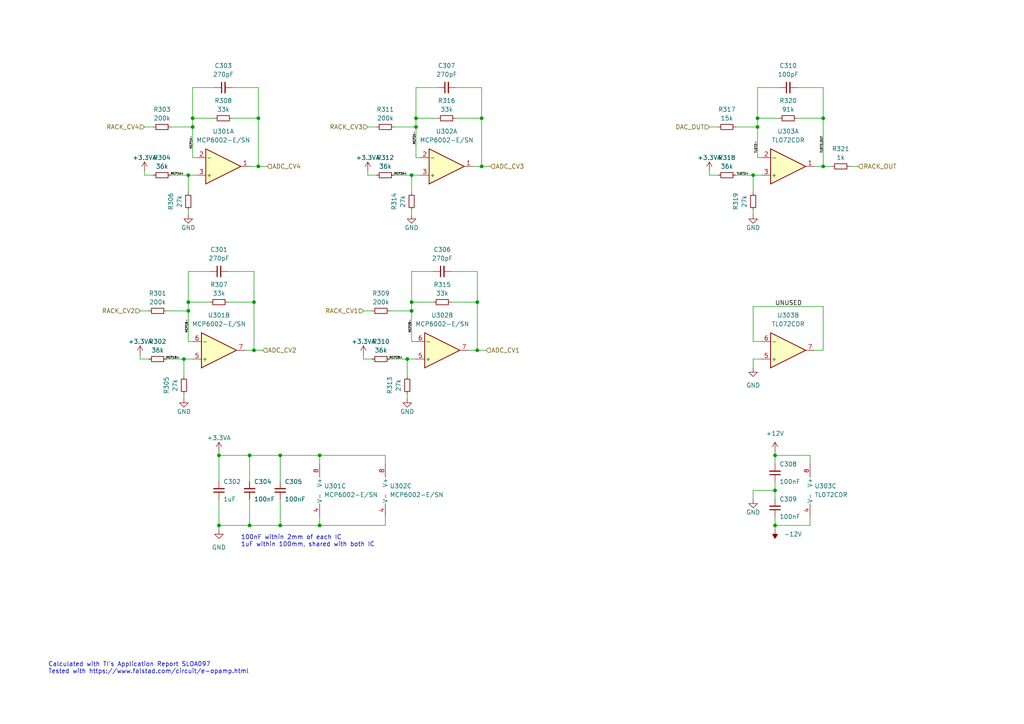
<source format=kicad_sch>
(kicad_sch (version 20211123) (generator eeschema)
  (paper "A4")
  (lib_symbols
    (symbol "Amplifier_Operational:MCP6002-xSN" (pin_names (offset 0.127))
      (property "Reference" "U" (at 0 5.08 0))
      (property "Value" "MCP6002-xSN" (at 0 -5.08 0))
      (symbol "MCP6002-xSN_1_1"
        (polyline (pts (xy -5.08 5.08) (xy 5.08 0) (xy -5.08 -5.08) (xy -5.08 5.08)) (stroke (width 0.254)) (fill (type background)))
        (pin output line (at 7.62 0 180) (length 2.54) (name "~") (number "1"))
        (pin input line (at -7.62 -2.54 0) (length 2.54) (name "-") (number "2"))
        (pin input line (at -7.62 2.54 0) (length 2.54) (name "+") (number "3"))
      )
      (symbol "MCP6002-xSN_2_1"
        (polyline (pts (xy -5.08 5.08) (xy 5.08 0) (xy -5.08 -5.08) (xy -5.08 5.08)) (stroke (width 0.254)) (fill (type background)))
        (pin input line (at -7.62 2.54 0) (length 2.54) (name "+") (number "5"))
        (pin input line (at -7.62 -2.54 0) (length 2.54) (name "-") (number "6"))
        (pin output line (at 7.62 0 180) (length 2.54) (name "~") (number "7"))
      )
      (symbol "MCP6002-xSN_3_1"
        (pin power_in line (at -2.54 -7.62 90) (length 3.81) (name "V-") (number "4"))
        (pin power_in line (at -2.54 7.62 270) (length 3.81) (name "V+") (number "8"))
      )
    )
    (symbol "Amplifier_Operational:TL072" (pin_names (offset 0.127))
      (property "Reference" "U" (at 0 5.08 0))
      (property "Value" "TL072" (at 0 -5.08 0))
      (symbol "TL072_1_1"
        (polyline (pts (xy -5.08 5.08) (xy 5.08 0) (xy -5.08 -5.08) (xy -5.08 5.08)) (stroke (width 0.254)) (fill (type background)))
        (pin output line (at 7.62 0 180) (length 2.54) (name "~") (number "1"))
        (pin input line (at -7.62 -2.54 0) (length 2.54) (name "-") (number "2"))
        (pin input line (at -7.62 2.54 0) (length 2.54) (name "+") (number "3"))
      )
      (symbol "TL072_2_1"
        (polyline (pts (xy -5.08 5.08) (xy 5.08 0) (xy -5.08 -5.08) (xy -5.08 5.08)) (stroke (width 0.254)) (fill (type background)))
        (pin input line (at -7.62 2.54 0) (length 2.54) (name "+") (number "5"))
        (pin input line (at -7.62 -2.54 0) (length 2.54) (name "-") (number "6"))
        (pin output line (at 7.62 0 180) (length 2.54) (name "~") (number "7"))
      )
      (symbol "TL072_3_1"
        (pin power_in line (at -2.54 -7.62 90) (length 3.81) (name "V-") (number "4"))
        (pin power_in line (at -2.54 7.62 270) (length 3.81) (name "V+") (number "8"))
      )
    )
    (symbol "Device:C_Small" (pin_numbers hide) (pin_names (offset 0.254) hide)
      (property "Reference" "C" (at 0.254 1.778 0))
      (property "Value" "C_Small" (at 0.254 -2.032 0))
      (symbol "C_Small_0_1"
        (polyline (pts (xy -1.524 -0.508) (xy 1.524 -0.508)) (stroke (width 0.3302)))
        (polyline (pts (xy -1.524 0.508) (xy 1.524 0.508)) (stroke (width 0.3048)))
      )
      (symbol "C_Small_1_1"
        (pin passive line (at 0 2.54 270) (length 2.032) (name "~") (number "1"))
        (pin passive line (at 0 -2.54 90) (length 2.032) (name "~") (number "2"))
      )
    )
    (symbol "Device:R_Small" (pin_numbers hide) (pin_names (offset 0.254) hide)
      (property "Reference" "R" (at 0.762 0.508 0))
      (property "Value" "R_Small" (at 0.762 -1.016 0))
      (symbol "R_Small_0_1"
        (rectangle (start -0.762 1.778) (end 0.762 -1.778) (stroke (width 0.2032)))
      )
      (symbol "R_Small_1_1"
        (pin passive line (at 0 2.54 270) (length 0.762) (name "~") (number "1"))
        (pin passive line (at 0 -2.54 90) (length 0.762) (name "~") (number "2"))
      )
    )
    (symbol "power:+12V" (power) (pin_names (offset 0))
      (property "Value" "+12V" (at 0 3.556 0))
      (symbol "+12V_0_1"
        (polyline (pts (xy -0.762 1.27) (xy 0 2.54)))
        (polyline (pts (xy 0 0) (xy 0 2.54)))
        (polyline (pts (xy 0 2.54) (xy 0.762 1.27)))
      )
      (symbol "+12V_1_1"
        (pin power_in line (at 0 0 90) (length 0) hide (name "+12V") (number "1"))
      )
    )
    (symbol "power:+3.3VA" (power) (pin_names (offset 0))
      (property "Value" "+3.3VA" (at 0 3.556 0))
      (symbol "+3.3VA_0_1"
        (polyline (pts (xy -0.762 1.27) (xy 0 2.54)))
        (polyline (pts (xy 0 0) (xy 0 2.54)))
        (polyline (pts (xy 0 2.54) (xy 0.762 1.27)))
      )
      (symbol "+3.3VA_1_1"
        (pin power_in line (at 0 0 90) (length 0) hide (name "+3.3VA") (number "1"))
      )
    )
    (symbol "power:-12V" (power) (pin_names (offset 0))
      (property "Value" "-12V" (at 0 3.81 0))
      (symbol "-12V_0_0"
        (pin power_in line (at 0 0 90) (length 0) hide (name "-12V") (number "1"))
      )
      (symbol "-12V_0_1"
        (polyline (pts (xy 0 0) (xy 0 1.27) (xy 0.762 1.27) (xy 0 2.54) (xy -0.762 1.27) (xy 0 1.27)) (fill (type outline)))
      )
    )
    (symbol "power:GND" (power) (pin_names (offset 0))
      (property "Value" "GND" (at 0 -3.81 0))
      (symbol "GND_0_1"
        (polyline (pts (xy 0 0) (xy 0 -1.27) (xy 1.27 -1.27) (xy 0 -2.54) (xy -1.27 -1.27) (xy 0 -1.27)))
      )
      (symbol "GND_1_1"
        (pin power_in line (at 0 0 270) (length 0) hide (name "GND") (number "1"))
      )
    )
  )
  (junction (at 73.66 87.63))
  (junction (at 219.71 36.83))
  (junction (at 81.28 132.08))
  (junction (at 139.7 34.29))
  (junction (at 54.61 50.8))
  (junction (at 63.5 152.4))
  (junction (at 63.5 132.08))
  (junction (at 218.44 50.8))
  (junction (at 238.76 48.26))
  (junction (at 118.11 104.14))
  (junction (at 120.65 36.83))
  (junction (at 54.61 90.17))
  (junction (at 54.61 87.63))
  (junction (at 224.79 152.4))
  (junction (at 74.93 48.26))
  (junction (at 92.71 132.08))
  (junction (at 72.39 152.4))
  (junction (at 73.66 101.6))
  (junction (at 81.28 152.4))
  (junction (at 92.71 152.4))
  (junction (at 119.38 50.8))
  (junction (at 119.38 90.17))
  (junction (at 219.71 34.29))
  (junction (at 120.65 34.29))
  (junction (at 138.43 101.6))
  (junction (at 74.93 34.29))
  (junction (at 55.88 34.29))
  (junction (at 224.79 142.24))
  (junction (at 138.43 87.63))
  (junction (at 72.39 132.08))
  (junction (at 55.88 36.83))
  (junction (at 119.38 87.63))
  (junction (at 139.7 48.26))
  (junction (at 238.76 34.29))
  (junction (at 224.79 132.08))
  (junction (at 53.34 104.14))
  (wire (pts (xy 114.3 50.8) (xy 119.38 50.8)))
  (wire (pts (xy 73.66 101.6) (xy 73.66 87.63)))
  (wire (pts (xy 218.44 106.68) (xy 218.44 104.14)))
  (wire (pts (xy 55.88 34.29) (xy 62.23 34.29)))
  (wire (pts (xy 54.61 78.74) (xy 54.61 87.63)))
  (wire (pts (xy 119.38 50.8) (xy 121.92 50.8)))
  (wire (pts (xy 119.38 87.63) (xy 125.73 87.63)))
  (wire (pts (xy 205.74 50.8) (xy 208.28 50.8)))
  (wire (pts (xy 40.64 102.87) (xy 40.64 104.14)))
  (wire (pts (xy 224.79 149.86) (xy 224.79 152.4)))
  (wire (pts (xy 220.98 45.72) (xy 219.71 45.72)))
  (wire (pts (xy 119.38 78.74) (xy 119.38 87.63)))
  (wire (pts (xy 54.61 60.96) (xy 54.61 62.23)))
  (wire (pts (xy 41.91 36.83) (xy 44.45 36.83)))
  (wire (pts (xy 55.88 99.06) (xy 54.61 99.06)))
  (wire (pts (xy 53.34 104.14) (xy 55.88 104.14)))
  (wire (pts (xy 48.26 90.17) (xy 54.61 90.17)))
  (wire (pts (xy 224.79 152.4) (xy 234.95 152.4)))
  (wire (pts (xy 113.03 90.17) (xy 119.38 90.17)))
  (wire (pts (xy 224.79 132.08) (xy 224.79 134.62)))
  (wire (pts (xy 81.28 152.4) (xy 72.39 152.4)))
  (wire (pts (xy 205.74 36.83) (xy 208.28 36.83)))
  (wire (pts (xy 73.66 78.74) (xy 73.66 87.63)))
  (wire (pts (xy 213.36 36.83) (xy 219.71 36.83)))
  (wire (pts (xy 119.38 87.63) (xy 119.38 90.17)))
  (wire (pts (xy 63.5 132.08) (xy 72.39 132.08)))
  (wire (pts (xy 139.7 25.4) (xy 139.7 34.29)))
  (wire (pts (xy 130.81 78.74) (xy 138.43 78.74)))
  (wire (pts (xy 41.91 49.53) (xy 41.91 50.8)))
  (wire (pts (xy 72.39 132.08) (xy 81.28 132.08)))
  (wire (pts (xy 219.71 34.29) (xy 219.71 36.83)))
  (wire (pts (xy 92.71 132.08) (xy 111.76 132.08)))
  (wire (pts (xy 63.5 152.4) (xy 63.5 153.67)))
  (wire (pts (xy 234.95 132.08) (xy 224.79 132.08)))
  (wire (pts (xy 81.28 144.78) (xy 81.28 152.4)))
  (wire (pts (xy 73.66 87.63) (xy 66.04 87.63)))
  (wire (pts (xy 92.71 132.08) (xy 92.71 134.62)))
  (wire (pts (xy 63.5 139.7) (xy 63.5 132.08)))
  (wire (pts (xy 55.88 25.4) (xy 55.88 34.29)))
  (wire (pts (xy 111.76 132.08) (xy 111.76 134.62)))
  (wire (pts (xy 118.11 114.3) (xy 118.11 115.57)))
  (wire (pts (xy 121.92 45.72) (xy 120.65 45.72)))
  (wire (pts (xy 63.5 152.4) (xy 63.5 144.78)))
  (wire (pts (xy 40.64 90.17) (xy 43.18 90.17)))
  (wire (pts (xy 246.38 48.26) (xy 248.92 48.26)))
  (wire (pts (xy 55.88 45.72) (xy 55.88 36.83)))
  (wire (pts (xy 92.71 152.4) (xy 81.28 152.4)))
  (wire (pts (xy 132.08 25.4) (xy 139.7 25.4)))
  (wire (pts (xy 81.28 132.08) (xy 81.28 139.7)))
  (wire (pts (xy 113.03 104.14) (xy 118.11 104.14)))
  (wire (pts (xy 54.61 99.06) (xy 54.61 90.17)))
  (wire (pts (xy 111.76 152.4) (xy 92.71 152.4)))
  (wire (pts (xy 219.71 45.72) (xy 219.71 36.83)))
  (wire (pts (xy 224.79 139.7) (xy 224.79 142.24)))
  (wire (pts (xy 49.53 36.83) (xy 55.88 36.83)))
  (wire (pts (xy 105.41 104.14) (xy 107.95 104.14)))
  (wire (pts (xy 53.34 104.14) (xy 53.34 109.22)))
  (wire (pts (xy 234.95 134.62) (xy 234.95 132.08)))
  (wire (pts (xy 218.44 50.8) (xy 220.98 50.8)))
  (wire (pts (xy 138.43 101.6) (xy 138.43 87.63)))
  (wire (pts (xy 135.89 101.6) (xy 138.43 101.6)))
  (wire (pts (xy 119.38 60.96) (xy 119.38 62.23)))
  (wire (pts (xy 72.39 48.26) (xy 74.93 48.26)))
  (wire (pts (xy 67.31 25.4) (xy 74.93 25.4)))
  (wire (pts (xy 219.71 25.4) (xy 219.71 34.29)))
  (wire (pts (xy 138.43 101.6) (xy 140.97 101.6)))
  (wire (pts (xy 54.61 50.8) (xy 57.15 50.8)))
  (wire (pts (xy 120.65 34.29) (xy 127 34.29)))
  (wire (pts (xy 60.96 78.74) (xy 54.61 78.74)))
  (wire (pts (xy 72.39 144.78) (xy 72.39 152.4)))
  (wire (pts (xy 137.16 48.26) (xy 139.7 48.26)))
  (wire (pts (xy 111.76 149.86) (xy 111.76 152.4)))
  (wire (pts (xy 218.44 88.9) (xy 218.44 99.06)))
  (wire (pts (xy 213.36 50.8) (xy 218.44 50.8)))
  (wire (pts (xy 120.65 45.72) (xy 120.65 36.83)))
  (wire (pts (xy 138.43 87.63) (xy 130.81 87.63)))
  (wire (pts (xy 55.88 36.83) (xy 55.88 34.29)))
  (wire (pts (xy 119.38 99.06) (xy 119.38 90.17)))
  (wire (pts (xy 138.43 78.74) (xy 138.43 87.63)))
  (wire (pts (xy 224.79 142.24) (xy 224.79 144.78)))
  (wire (pts (xy 139.7 48.26) (xy 139.7 34.29)))
  (wire (pts (xy 125.73 78.74) (xy 119.38 78.74)))
  (wire (pts (xy 234.95 152.4) (xy 234.95 149.86)))
  (wire (pts (xy 106.68 49.53) (xy 106.68 50.8)))
  (wire (pts (xy 106.68 36.83) (xy 109.22 36.83)))
  (wire (pts (xy 139.7 34.29) (xy 132.08 34.29)))
  (wire (pts (xy 238.76 88.9) (xy 218.44 88.9)))
  (wire (pts (xy 120.65 99.06) (xy 119.38 99.06)))
  (wire (pts (xy 218.44 60.96) (xy 218.44 62.23)))
  (wire (pts (xy 74.93 34.29) (xy 67.31 34.29)))
  (wire (pts (xy 106.68 50.8) (xy 109.22 50.8)))
  (wire (pts (xy 74.93 48.26) (xy 77.47 48.26)))
  (wire (pts (xy 218.44 50.8) (xy 218.44 55.88)))
  (wire (pts (xy 238.76 101.6) (xy 238.76 88.9)))
  (wire (pts (xy 71.12 101.6) (xy 73.66 101.6)))
  (wire (pts (xy 81.28 132.08) (xy 92.71 132.08)))
  (wire (pts (xy 114.3 36.83) (xy 120.65 36.83)))
  (wire (pts (xy 49.53 50.8) (xy 54.61 50.8)))
  (wire (pts (xy 236.22 48.26) (xy 238.76 48.26)))
  (wire (pts (xy 205.74 49.53) (xy 205.74 50.8)))
  (wire (pts (xy 74.93 48.26) (xy 74.93 34.29)))
  (wire (pts (xy 118.11 104.14) (xy 118.11 109.22)))
  (wire (pts (xy 54.61 87.63) (xy 60.96 87.63)))
  (wire (pts (xy 218.44 104.14) (xy 220.98 104.14)))
  (wire (pts (xy 41.91 50.8) (xy 44.45 50.8)))
  (wire (pts (xy 66.04 78.74) (xy 73.66 78.74)))
  (wire (pts (xy 54.61 87.63) (xy 54.61 90.17)))
  (wire (pts (xy 53.34 114.3) (xy 53.34 115.57)))
  (wire (pts (xy 127 25.4) (xy 120.65 25.4)))
  (wire (pts (xy 72.39 132.08) (xy 72.39 139.7)))
  (wire (pts (xy 238.76 48.26) (xy 241.3 48.26)))
  (wire (pts (xy 54.61 50.8) (xy 54.61 55.88)))
  (wire (pts (xy 62.23 25.4) (xy 55.88 25.4)))
  (wire (pts (xy 238.76 25.4) (xy 238.76 34.29)))
  (wire (pts (xy 224.79 152.4) (xy 224.79 153.67)))
  (wire (pts (xy 231.14 25.4) (xy 238.76 25.4)))
  (wire (pts (xy 120.65 25.4) (xy 120.65 34.29)))
  (wire (pts (xy 236.22 101.6) (xy 238.76 101.6)))
  (wire (pts (xy 238.76 34.29) (xy 231.14 34.29)))
  (wire (pts (xy 74.93 25.4) (xy 74.93 34.29)))
  (wire (pts (xy 105.41 90.17) (xy 107.95 90.17)))
  (wire (pts (xy 63.5 130.81) (xy 63.5 132.08)))
  (wire (pts (xy 219.71 34.29) (xy 226.06 34.29)))
  (wire (pts (xy 105.41 102.87) (xy 105.41 104.14)))
  (wire (pts (xy 226.06 25.4) (xy 219.71 25.4)))
  (wire (pts (xy 118.11 104.14) (xy 120.65 104.14)))
  (wire (pts (xy 40.64 104.14) (xy 43.18 104.14)))
  (wire (pts (xy 238.76 48.26) (xy 238.76 34.29)))
  (wire (pts (xy 119.38 50.8) (xy 119.38 55.88)))
  (wire (pts (xy 73.66 101.6) (xy 76.2 101.6)))
  (wire (pts (xy 48.26 104.14) (xy 53.34 104.14)))
  (wire (pts (xy 57.15 45.72) (xy 55.88 45.72)))
  (wire (pts (xy 218.44 99.06) (xy 220.98 99.06)))
  (wire (pts (xy 218.44 144.78) (xy 218.44 142.24)))
  (wire (pts (xy 218.44 142.24) (xy 224.79 142.24)))
  (wire (pts (xy 92.71 149.86) (xy 92.71 152.4)))
  (wire (pts (xy 72.39 152.4) (xy 63.5 152.4)))
  (wire (pts (xy 139.7 48.26) (xy 142.24 48.26)))
  (wire (pts (xy 120.65 36.83) (xy 120.65 34.29)))
  (wire (pts (xy 224.79 130.81) (xy 224.79 132.08)))
  (text "100nF within 2mm of each IC\n1uF within 100mm, shared with both IC" (at 69.85 158.75 0) (effects (font (size 1.27 1.27)) (justify left bottom)))
  (text "Calculated with TI's Application Report SLOA097\nTested with https://www.falstad.com/circuit/e-opamp.html\n" (at 13.97 195.58 0) (effects (font (size 1.27 1.27)) (justify left bottom)))
  (label "MCP2A-" (at 120.65 41.91 90) (effects (font (size 0.6 0.6))))
  (label "MCP1A+" (at 53.34 50.8 180) (effects (font (size 0.6 0.6))))
  (label "MCP2B-" (at 119.38 96.52 90) (effects (font (size 0.6 0.6))))
  (label "UNUSED" (at 224.79 88.9 0))
  (label "MCP1A-" (at 55.88 43.18 90) (effects (font (size 0.6 0.6))))
  (label "MCP1B-" (at 54.61 96.52 90) (effects (font (size 0.6 0.6))))
  (label "TL072-" (at 219.71 44.45 90) (effects (font (size 0.6 0.6))))
  (label "MCP1B+" (at 52.07 104.14 180) (effects (font (size 0.6 0.6))))
  (label "MCP2A+" (at 118.11 50.8 180) (effects (font (size 0.6 0.6))))
  (label "TL072_OUT" (at 238.76 39.37 270) (effects (font (size 0.6 0.6))))
  (label "TL072+" (at 217.17 50.8 180) (effects (font (size 0.6 0.6))))
  (label "MCP2B+" (at 116.84 104.14 180) (effects (font (size 0.6 0.6))))
  (hierarchical_label "ADC_CV2" (shape input) (at 76.2 101.6 0))
  (hierarchical_label "ADC_CV1" (shape input) (at 140.97 101.6 0))
  (hierarchical_label "RACK_CV3" (shape input) (at 106.68 36.83 180))
  (hierarchical_label "RACK_CV1" (shape input) (at 105.41 90.17 180))
  (hierarchical_label "ADC_CV3" (shape input) (at 142.24 48.26 0))
  (hierarchical_label "RACK_CV4" (shape input) (at 41.91 36.83 180))
  (hierarchical_label "RACK_OUT" (shape input) (at 248.92 48.26 0))
  (hierarchical_label "RACK_CV2" (shape input) (at 40.64 90.17 180))
  (hierarchical_label "DAC_OUT" (shape input) (at 205.74 36.83 180))
  (hierarchical_label "ADC_CV4" (shape input) (at 77.47 48.26 0))
  (symbol (lib_id "Device:C_Small") (at 63.5 78.74 90) (unit 1)
    (property "Reference" "C301" (at 63.5063 72.39 90))
    (property "Value" "270pF" (at 63.5063 74.93 90))
    (property "Footprint" "Capacitor_SMD:C_0603_1608Metric" (effects hide))
  )
  (symbol (lib_id "Device:C_Small") (at 128.27 78.74 90) (unit 1)
    (property "Reference" "C306" (at 128.2763 72.39 90))
    (property "Value" "270pF" (at 128.2763 74.93 90))
    (property "Footprint" "Capacitor_SMD:C_0603_1608Metric" (effects hide))
  )
  (symbol (lib_id "power:GND") (at 53.34 115.57 0) (unit 1)
    (property "Reference" "#PWR0303" (effects hide))
    (property "Value" "GND" (at 53.34 119.38 0))
  )
  (symbol (lib_id "Device:R_Small") (at 119.38 58.42 180) (unit 1)
    (property "Reference" "R314" (at 114.3 58.42 90))
    (property "Value" "27k" (at 116.84 58.42 90))
    (property "Footprint" "Resistor_SMD:R_0603_1608Metric" (effects hide))
  )
  (symbol (lib_id "Device:R_Small") (at 243.84 48.26 90) (unit 1)
    (property "Reference" "R321" (at 243.84 43.18 90))
    (property "Value" "1k" (at 243.84 45.72 90))
    (property "Footprint" "Resistor_SMD:R_0603_1608Metric" (effects hide))
  )
  (symbol (lib_id "Device:R_Small") (at 64.77 34.29 90) (unit 1)
    (property "Reference" "R308" (at 64.77 29.21 90))
    (property "Value" "33k" (at 64.77 31.75 90))
    (property "Footprint" "Resistor_SMD:R_0603_1608Metric" (effects hide))
  )
  (symbol (lib_id "Amplifier_Operational:MCP6002-xSN") (at 114.3 142.24 0) (unit 3)
    (property "Reference" "U302" (at 113.03 140.9699 0) (effects (justify left)))
    (property "Value" "MCP6002-E/SN" (at 113.03 143.5099 0) (effects (justify left)))
    (property "Footprint" "Package_SO:SOIC-8_3.9x4.9mm_P1.27mm" (effects hide))
    (property "Datasheet" "http://ww1.microchip.com/downloads/en/DeviceDoc/21733j.pdf" (effects hide))
  )
  (symbol (lib_id "Device:R_Small") (at 228.6 34.29 90) (unit 1)
    (property "Reference" "R320" (at 228.6 29.21 90))
    (property "Value" "91k" (at 228.6 31.75 90))
    (property "Footprint" "Resistor_SMD:R_0603_1608Metric" (effects hide))
  )
  (symbol (lib_id "power:GND") (at 218.44 144.78 0) (unit 1)
    (property "Reference" "#PWR0312" (effects hide))
    (property "Value" "GND" (at 218.44 148.59 0))
  )
  (symbol (lib_id "Device:R_Small") (at 111.76 50.8 90) (unit 1)
    (property "Reference" "R312" (at 111.76 45.72 90))
    (property "Value" "36k" (at 111.76 48.26 90))
    (property "Footprint" "Resistor_SMD:R_0603_1608Metric" (effects hide))
  )
  (symbol (lib_id "power:GND") (at 119.38 62.23 0) (unit 1)
    (property "Reference" "#PWR0308" (effects hide))
    (property "Value" "GND" (at 119.38 66.04 0))
  )
  (symbol (lib_id "power:+3.3VA") (at 40.64 102.87 0) (unit 1)
    (property "Reference" "#PWR0109" (effects hide))
    (property "Value" "+3.3VA" (at 40.64 99.06 0))
  )
  (symbol (lib_id "Device:C_Small") (at 72.39 142.24 180) (unit 1)
    (property "Reference" "C304" (at 73.66 139.7 0) (effects (justify right)))
    (property "Value" "100nF" (at 73.66 144.78 0) (effects (justify right)))
    (property "Footprint" "Capacitor_SMD:C_0603_1608Metric" (effects hide))
  )
  (symbol (lib_id "Device:R_Small") (at 63.5 87.63 90) (unit 1)
    (property "Reference" "R307" (at 63.5 82.55 90))
    (property "Value" "33k" (at 63.5 85.09 90))
    (property "Footprint" "Resistor_SMD:R_0603_1608Metric" (effects hide))
  )
  (symbol (lib_id "power:GND") (at 218.44 106.68 0) (unit 1)
    (property "Reference" "#PWR0311" (effects hide))
    (property "Value" "GND" (at 218.44 111.76 0))
  )
  (symbol (lib_id "Device:R_Small") (at 110.49 90.17 90) (unit 1)
    (property "Reference" "R309" (at 110.49 85.09 90))
    (property "Value" "200k" (at 110.49 87.63 90))
    (property "Footprint" "Resistor_SMD:R_0603_1608Metric" (effects hide))
  )
  (symbol (lib_id "power:+12V") (at 224.79 130.81 0) (unit 1)
    (property "Reference" "#PWR0313" (effects hide))
    (property "Value" "+12V" (at 224.79 125.73 0))
  )
  (symbol (lib_id "power:+3.3VA") (at 105.41 102.87 0) (unit 1)
    (property "Reference" "#PWR0113" (effects hide))
    (property "Value" "+3.3VA" (at 105.41 99.06 0))
  )
  (symbol (lib_id "Device:C_Small") (at 81.28 142.24 180) (unit 1)
    (property "Reference" "C305" (at 82.55 139.7 0) (effects (justify right)))
    (property "Value" "100nF" (at 82.55 144.78 0) (effects (justify right)))
    (property "Footprint" "Capacitor_SMD:C_0603_1608Metric" (effects hide))
  )
  (symbol (lib_id "Device:R_Small") (at 53.34 111.76 180) (unit 1)
    (property "Reference" "R305" (at 48.26 111.76 90))
    (property "Value" "27k" (at 50.8 111.76 90))
    (property "Footprint" "Resistor_SMD:R_0603_1608Metric" (effects hide))
  )
  (symbol (lib_id "Device:R_Small") (at 46.99 50.8 90) (unit 1)
    (property "Reference" "R304" (at 46.99 45.72 90))
    (property "Value" "36k" (at 46.99 48.26 90))
    (property "Footprint" "Resistor_SMD:R_0603_1608Metric" (effects hide))
  )
  (symbol (lib_id "Device:R_Small") (at 45.72 104.14 90) (unit 1)
    (property "Reference" "R302" (at 45.72 99.06 90))
    (property "Value" "36k" (at 45.72 101.6 90))
    (property "Footprint" "Resistor_SMD:R_0603_1608Metric" (effects hide))
  )
  (symbol (lib_id "Device:R_Small") (at 210.82 36.83 90) (unit 1)
    (property "Reference" "R317" (at 210.82 31.75 90))
    (property "Value" "15k" (at 210.82 34.29 90))
    (property "Footprint" "Resistor_SMD:R_0603_1608Metric" (effects hide))
  )
  (symbol (lib_id "Amplifier_Operational:MCP6002-xSN") (at 128.27 101.6 0) (mirror x) (unit 2)
    (property "Reference" "U302" (at 128.27 91.44 0))
    (property "Value" "MCP6002-E/SN" (at 128.27 93.98 0))
    (property "Footprint" "Package_SO:SOIC-8_3.9x4.9mm_P1.27mm" (effects hide))
    (property "Datasheet" "http://ww1.microchip.com/downloads/en/DeviceDoc/21733j.pdf" (effects hide))
  )
  (symbol (lib_id "power:+3.3VA") (at 63.5 130.81 0) (unit 1)
    (property "Reference" "#PWR0111" (effects hide))
    (property "Value" "+3.3VA" (at 63.5 127 0))
  )
  (symbol (lib_id "Device:R_Small") (at 45.72 90.17 90) (unit 1)
    (property "Reference" "R301" (at 45.72 85.09 90))
    (property "Value" "200k" (at 45.72 87.63 90))
    (property "Footprint" "Resistor_SMD:R_0603_1608Metric" (effects hide))
  )
  (symbol (lib_id "Device:R_Small") (at 118.11 111.76 180) (unit 1)
    (property "Reference" "R313" (at 113.03 111.76 90))
    (property "Value" "27k" (at 115.57 111.76 90))
    (property "Footprint" "Resistor_SMD:R_0603_1608Metric" (effects hide))
  )
  (symbol (lib_id "power:GND") (at 118.11 115.57 0) (unit 1)
    (property "Reference" "#PWR0307" (effects hide))
    (property "Value" "GND" (at 118.11 119.38 0))
  )
  (symbol (lib_id "power:GND") (at 54.61 62.23 0) (unit 1)
    (property "Reference" "#PWR0304" (effects hide))
    (property "Value" "GND" (at 54.61 66.04 0))
  )
  (symbol (lib_id "Amplifier_Operational:MCP6002-xSN") (at 63.5 101.6 0) (mirror x) (unit 2)
    (property "Reference" "U301" (at 63.5 91.44 0))
    (property "Value" "MCP6002-E/SN" (at 63.5 93.98 0))
    (property "Footprint" "Package_SO:SOIC-8_3.9x4.9mm_P1.27mm" (effects hide))
    (property "Datasheet" "http://ww1.microchip.com/downloads/en/DeviceDoc/21733j.pdf" (effects hide))
  )
  (symbol (lib_id "Amplifier_Operational:TL072") (at 228.6 101.6 0) (mirror x) (unit 2)
    (property "Reference" "U303" (at 228.6 91.44 0))
    (property "Value" "TL072CDR" (at 228.6 93.98 0))
    (property "Footprint" "Package_SO:SOIC-8_3.9x4.9mm_P1.27mm" (effects hide))
    (property "Datasheet" "http://www.ti.com/lit/ds/symlink/tl071.pdf" (effects hide))
  )
  (symbol (lib_id "power:GND") (at 63.5 153.67 0) (unit 1)
    (property "Reference" "#PWR0108" (effects hide))
    (property "Value" "GND" (at 63.5 158.75 0))
  )
  (symbol (lib_id "Device:C_Small") (at 129.54 25.4 90) (unit 1)
    (property "Reference" "C307" (at 129.5463 19.05 90))
    (property "Value" "270pF" (at 129.5463 21.59 90))
    (property "Footprint" "Capacitor_SMD:C_0603_1608Metric" (effects hide))
  )
  (symbol (lib_id "Amplifier_Operational:TL072") (at 228.6 48.26 0) (mirror x) (unit 1)
    (property "Reference" "U303" (at 228.6 38.1 0))
    (property "Value" "TL072CDR" (at 228.6 40.64 0))
    (property "Footprint" "Package_SO:SOIC-8_3.9x4.9mm_P1.27mm" (effects hide))
    (property "Datasheet" "http://www.ti.com/lit/ds/symlink/tl071.pdf" (effects hide))
  )
  (symbol (lib_id "Amplifier_Operational:MCP6002-xSN") (at 129.54 48.26 0) (mirror x) (unit 1)
    (property "Reference" "U302" (at 129.54 38.1 0))
    (property "Value" "MCP6002-E/SN" (at 129.54 40.64 0))
    (property "Footprint" "Package_SO:SOIC-8_3.9x4.9mm_P1.27mm" (effects hide))
    (property "Datasheet" "http://ww1.microchip.com/downloads/en/DeviceDoc/21733j.pdf" (effects hide))
  )
  (symbol (lib_id "Device:R_Small") (at 129.54 34.29 90) (unit 1)
    (property "Reference" "R316" (at 129.54 29.21 90))
    (property "Value" "33k" (at 129.54 31.75 90))
    (property "Footprint" "Resistor_SMD:R_0603_1608Metric" (effects hide))
  )
  (symbol (lib_id "Amplifier_Operational:MCP6002-xSN") (at 64.77 48.26 0) (mirror x) (unit 1)
    (property "Reference" "U301" (at 64.77 38.1 0))
    (property "Value" "MCP6002-E/SN" (at 64.77 40.64 0))
    (property "Footprint" "Package_SO:SOIC-8_3.9x4.9mm_P1.27mm" (effects hide))
    (property "Datasheet" "http://ww1.microchip.com/downloads/en/DeviceDoc/21733j.pdf" (effects hide))
  )
  (symbol (lib_id "Device:R_Small") (at 110.49 104.14 90) (unit 1)
    (property "Reference" "R310" (at 110.49 99.06 90))
    (property "Value" "36k" (at 110.49 101.6 90))
    (property "Footprint" "Resistor_SMD:R_0603_1608Metric" (effects hide))
  )
  (symbol (lib_id "power:+3.3VA") (at 106.68 49.53 0) (unit 1)
    (property "Reference" "#PWR0110" (effects hide))
    (property "Value" "+3.3VA" (at 106.68 45.72 0))
  )
  (symbol (lib_id "power:+3.3VA") (at 41.91 49.53 0) (unit 1)
    (property "Reference" "#PWR0112" (effects hide))
    (property "Value" "+3.3VA" (at 41.91 45.72 0))
  )
  (symbol (lib_id "Device:R_Small") (at 128.27 87.63 90) (unit 1)
    (property "Reference" "R315" (at 128.27 82.55 90))
    (property "Value" "33k" (at 128.27 85.09 90))
    (property "Footprint" "Resistor_SMD:R_0603_1608Metric" (effects hide))
  )
  (symbol (lib_id "Device:R_Small") (at 210.82 50.8 90) (unit 1)
    (property "Reference" "R318" (at 210.82 45.72 90))
    (property "Value" "36k" (at 210.82 48.26 90))
    (property "Footprint" "Resistor_SMD:R_0603_1608Metric" (effects hide))
  )
  (symbol (lib_id "power:GND") (at 218.44 62.23 0) (unit 1)
    (property "Reference" "#PWR0310" (effects hide))
    (property "Value" "GND" (at 218.44 66.04 0))
  )
  (symbol (lib_id "Device:C_Small") (at 63.5 142.24 180) (unit 1)
    (property "Reference" "C302" (at 64.77 139.7 0) (effects (justify right)))
    (property "Value" "1uF" (at 64.77 144.78 0) (effects (justify right)))
    (property "Footprint" "Capacitor_SMD:C_0603_1608Metric" (effects hide))
  )
  (symbol (lib_id "Device:C_Small") (at 224.79 147.32 180) (unit 1)
    (property "Reference" "C309" (at 226.06 144.78 0) (effects (justify right)))
    (property "Value" "100nF" (at 226.06 149.86 0) (effects (justify right)))
    (property "Footprint" "Capacitor_SMD:C_0603_1608Metric" (effects hide))
  )
  (symbol (lib_id "power:-12V") (at 224.79 153.67 180) (unit 1)
    (property "Reference" "#PWR0314" (effects hide))
    (property "Value" "-12V" (at 227.33 154.9399 0) (effects (justify right)))
  )
  (symbol (lib_id "Device:C_Small") (at 228.6 25.4 90) (unit 1)
    (property "Reference" "C310" (at 228.6063 19.05 90))
    (property "Value" "100pF" (at 228.6063 21.59 90))
    (property "Footprint" "Capacitor_SMD:C_0603_1608Metric" (effects hide))
  )
  (symbol (lib_id "Amplifier_Operational:TL072") (at 237.49 142.24 0) (unit 3)
    (property "Reference" "U303" (at 236.22 140.9699 0) (effects (justify left)))
    (property "Value" "TL072CDR" (at 236.22 143.5099 0) (effects (justify left)))
    (property "Footprint" "Package_SO:SOIC-8_3.9x4.9mm_P1.27mm" (effects hide))
    (property "Datasheet" "http://www.ti.com/lit/ds/symlink/tl071.pdf" (effects hide))
  )
  (symbol (lib_id "Amplifier_Operational:MCP6002-xSN") (at 95.25 142.24 0) (unit 3)
    (property "Reference" "U301" (at 93.98 140.9699 0) (effects (justify left)))
    (property "Value" "MCP6002-E/SN" (at 93.98 143.5099 0) (effects (justify left)))
    (property "Footprint" "Package_SO:SOIC-8_3.9x4.9mm_P1.27mm" (effects hide))
    (property "Datasheet" "http://ww1.microchip.com/downloads/en/DeviceDoc/21733j.pdf" (effects hide))
  )
  (symbol (lib_id "Device:R_Small") (at 54.61 58.42 180) (unit 1)
    (property "Reference" "R306" (at 49.53 58.42 90))
    (property "Value" "27k" (at 52.07 58.42 90))
    (property "Footprint" "Resistor_SMD:R_0603_1608Metric" (effects hide))
  )
  (symbol (lib_id "Device:R_Small") (at 218.44 58.42 180) (unit 1)
    (property "Reference" "R319" (at 213.36 58.42 90))
    (property "Value" "27k" (at 215.9 58.42 90))
    (property "Footprint" "Resistor_SMD:R_0603_1608Metric" (effects hide))
  )
  (symbol (lib_id "Device:C_Small") (at 224.79 137.16 180) (unit 1)
    (property "Reference" "C308" (at 226.06 134.62 0) (effects (justify right)))
    (property "Value" "100nF" (at 226.06 139.7 0) (effects (justify right)))
    (property "Footprint" "Capacitor_SMD:C_0603_1608Metric" (effects hide))
  )
  (symbol (lib_id "Device:R_Small") (at 111.76 36.83 90) (unit 1)
    (property "Reference" "R311" (at 111.76 31.75 90))
    (property "Value" "200k" (at 111.76 34.29 90))
    (property "Footprint" "Resistor_SMD:R_0603_1608Metric" (effects hide))
  )
  (symbol (lib_id "Device:C_Small") (at 64.77 25.4 90) (unit 1)
    (property "Reference" "C303" (at 64.7763 19.05 90))
    (property "Value" "270pF" (at 64.7763 21.59 90))
    (property "Footprint" "Capacitor_SMD:C_0603_1608Metric" (effects hide))
  )
  (symbol (lib_id "Device:R_Small") (at 46.99 36.83 90) (unit 1)
    (property "Reference" "R303" (at 46.99 31.75 90))
    (property "Value" "200k" (at 46.99 34.29 90))
    (property "Footprint" "Resistor_SMD:R_0603_1608Metric" (effects hide))
  )
  (symbol (lib_id "power:+3.3VA") (at 205.74 49.53 0) (unit 1)
    (property "Reference" "#PWR0107" (effects hide))
    (property "Value" "+3.3VA" (at 205.74 45.72 0))
  )
)
</source>
